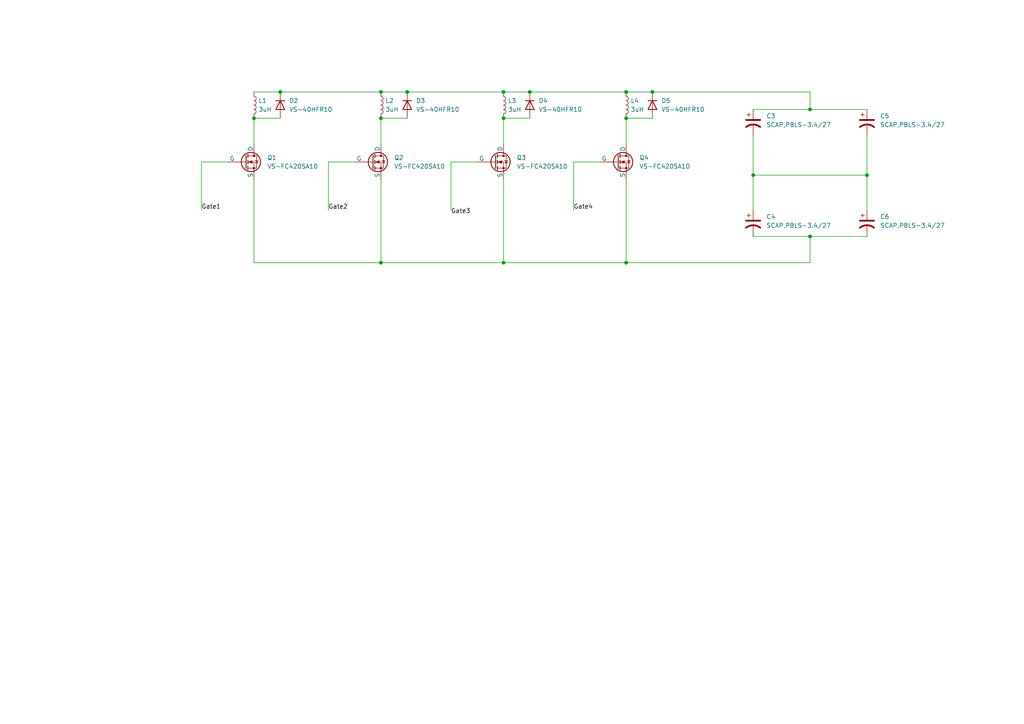
<source format=kicad_sch>
(kicad_sch (version 20230121) (generator eeschema)

  (uuid 7da05c38-5312-4c6d-9ebf-30d853e694aa)

  (paper "A4")

  (title_block
    (title "MOSFETs + CAPs")
    (date "2023-12-01")
  )

  (lib_symbols
    (symbol "Device:C_Polarized_US" (pin_numbers hide) (pin_names (offset 0.254) hide) (in_bom yes) (on_board yes)
      (property "Reference" "C" (at 0.635 2.54 0)
        (effects (font (size 1.27 1.27)) (justify left))
      )
      (property "Value" "C_Polarized_US" (at 0.635 -2.54 0)
        (effects (font (size 1.27 1.27)) (justify left))
      )
      (property "Footprint" "" (at 0 0 0)
        (effects (font (size 1.27 1.27)) hide)
      )
      (property "Datasheet" "~" (at 0 0 0)
        (effects (font (size 1.27 1.27)) hide)
      )
      (property "ki_keywords" "cap capacitor" (at 0 0 0)
        (effects (font (size 1.27 1.27)) hide)
      )
      (property "ki_description" "Polarized capacitor, US symbol" (at 0 0 0)
        (effects (font (size 1.27 1.27)) hide)
      )
      (property "ki_fp_filters" "CP_*" (at 0 0 0)
        (effects (font (size 1.27 1.27)) hide)
      )
      (symbol "C_Polarized_US_0_1"
        (polyline
          (pts
            (xy -2.032 0.762)
            (xy 2.032 0.762)
          )
          (stroke (width 0.508) (type default))
          (fill (type none))
        )
        (polyline
          (pts
            (xy -1.778 2.286)
            (xy -0.762 2.286)
          )
          (stroke (width 0) (type default))
          (fill (type none))
        )
        (polyline
          (pts
            (xy -1.27 1.778)
            (xy -1.27 2.794)
          )
          (stroke (width 0) (type default))
          (fill (type none))
        )
        (arc (start 2.032 -1.27) (mid 0 -0.5572) (end -2.032 -1.27)
          (stroke (width 0.508) (type default))
          (fill (type none))
        )
      )
      (symbol "C_Polarized_US_1_1"
        (pin passive line (at 0 3.81 270) (length 2.794)
          (name "~" (effects (font (size 1.27 1.27))))
          (number "1" (effects (font (size 1.27 1.27))))
        )
        (pin passive line (at 0 -3.81 90) (length 3.302)
          (name "~" (effects (font (size 1.27 1.27))))
          (number "2" (effects (font (size 1.27 1.27))))
        )
      )
    )
    (symbol "Device:L" (pin_numbers hide) (pin_names (offset 1.016) hide) (in_bom yes) (on_board yes)
      (property "Reference" "L" (at -1.27 0 90)
        (effects (font (size 1.27 1.27)))
      )
      (property "Value" "L" (at 1.905 0 90)
        (effects (font (size 1.27 1.27)))
      )
      (property "Footprint" "" (at 0 0 0)
        (effects (font (size 1.27 1.27)) hide)
      )
      (property "Datasheet" "~" (at 0 0 0)
        (effects (font (size 1.27 1.27)) hide)
      )
      (property "ki_keywords" "inductor choke coil reactor magnetic" (at 0 0 0)
        (effects (font (size 1.27 1.27)) hide)
      )
      (property "ki_description" "Inductor" (at 0 0 0)
        (effects (font (size 1.27 1.27)) hide)
      )
      (property "ki_fp_filters" "Choke_* *Coil* Inductor_* L_*" (at 0 0 0)
        (effects (font (size 1.27 1.27)) hide)
      )
      (symbol "L_0_1"
        (arc (start 0 -2.54) (mid 0.6323 -1.905) (end 0 -1.27)
          (stroke (width 0) (type default))
          (fill (type none))
        )
        (arc (start 0 -1.27) (mid 0.6323 -0.635) (end 0 0)
          (stroke (width 0) (type default))
          (fill (type none))
        )
        (arc (start 0 0) (mid 0.6323 0.635) (end 0 1.27)
          (stroke (width 0) (type default))
          (fill (type none))
        )
        (arc (start 0 1.27) (mid 0.6323 1.905) (end 0 2.54)
          (stroke (width 0) (type default))
          (fill (type none))
        )
      )
      (symbol "L_1_1"
        (pin passive line (at 0 3.81 270) (length 1.27)
          (name "1" (effects (font (size 1.27 1.27))))
          (number "1" (effects (font (size 1.27 1.27))))
        )
        (pin passive line (at 0 -3.81 90) (length 1.27)
          (name "2" (effects (font (size 1.27 1.27))))
          (number "2" (effects (font (size 1.27 1.27))))
        )
      )
    )
    (symbol "Diode:1N914" (pin_numbers hide) (pin_names hide) (in_bom yes) (on_board yes)
      (property "Reference" "D" (at 0 2.54 0)
        (effects (font (size 1.27 1.27)))
      )
      (property "Value" "1N914" (at 0 -2.54 0)
        (effects (font (size 1.27 1.27)))
      )
      (property "Footprint" "Diode_THT:D_DO-35_SOD27_P7.62mm_Horizontal" (at 0 -4.445 0)
        (effects (font (size 1.27 1.27)) hide)
      )
      (property "Datasheet" "http://www.vishay.com/docs/85622/1n914.pdf" (at 0 0 0)
        (effects (font (size 1.27 1.27)) hide)
      )
      (property "Sim.Device" "D" (at 0 0 0)
        (effects (font (size 1.27 1.27)) hide)
      )
      (property "Sim.Pins" "1=K 2=A" (at 0 0 0)
        (effects (font (size 1.27 1.27)) hide)
      )
      (property "ki_keywords" "diode" (at 0 0 0)
        (effects (font (size 1.27 1.27)) hide)
      )
      (property "ki_description" "100V 0.3A Small Signal Fast Switching Diode, DO-35" (at 0 0 0)
        (effects (font (size 1.27 1.27)) hide)
      )
      (property "ki_fp_filters" "D*DO?35*" (at 0 0 0)
        (effects (font (size 1.27 1.27)) hide)
      )
      (symbol "1N914_0_1"
        (polyline
          (pts
            (xy -1.27 1.27)
            (xy -1.27 -1.27)
          )
          (stroke (width 0.254) (type default))
          (fill (type none))
        )
        (polyline
          (pts
            (xy 1.27 0)
            (xy -1.27 0)
          )
          (stroke (width 0) (type default))
          (fill (type none))
        )
        (polyline
          (pts
            (xy 1.27 1.27)
            (xy 1.27 -1.27)
            (xy -1.27 0)
            (xy 1.27 1.27)
          )
          (stroke (width 0.254) (type default))
          (fill (type none))
        )
      )
      (symbol "1N914_1_1"
        (pin passive line (at -3.81 0 0) (length 2.54)
          (name "K" (effects (font (size 1.27 1.27))))
          (number "1" (effects (font (size 1.27 1.27))))
        )
        (pin passive line (at 3.81 0 180) (length 2.54)
          (name "A" (effects (font (size 1.27 1.27))))
          (number "2" (effects (font (size 1.27 1.27))))
        )
      )
    )
    (symbol "Simulation_SPICE:NMOS" (pin_numbers hide) (pin_names (offset 0)) (in_bom yes) (on_board yes)
      (property "Reference" "Q" (at 5.08 1.27 0)
        (effects (font (size 1.27 1.27)) (justify left))
      )
      (property "Value" "NMOS" (at 5.08 -1.27 0)
        (effects (font (size 1.27 1.27)) (justify left))
      )
      (property "Footprint" "" (at 5.08 2.54 0)
        (effects (font (size 1.27 1.27)) hide)
      )
      (property "Datasheet" "https://ngspice.sourceforge.io/docs/ngspice-manual.pdf" (at 0 -12.7 0)
        (effects (font (size 1.27 1.27)) hide)
      )
      (property "Sim.Device" "NMOS" (at 0 -17.145 0)
        (effects (font (size 1.27 1.27)) hide)
      )
      (property "Sim.Type" "VDMOS" (at 0 -19.05 0)
        (effects (font (size 1.27 1.27)) hide)
      )
      (property "Sim.Pins" "1=D 2=G 3=S" (at 0 -15.24 0)
        (effects (font (size 1.27 1.27)) hide)
      )
      (property "ki_keywords" "transistor NMOS N-MOS N-MOSFET simulation" (at 0 0 0)
        (effects (font (size 1.27 1.27)) hide)
      )
      (property "ki_description" "N-MOSFET transistor, drain/source/gate" (at 0 0 0)
        (effects (font (size 1.27 1.27)) hide)
      )
      (symbol "NMOS_0_1"
        (polyline
          (pts
            (xy 0.254 0)
            (xy -2.54 0)
          )
          (stroke (width 0) (type default))
          (fill (type none))
        )
        (polyline
          (pts
            (xy 0.254 1.905)
            (xy 0.254 -1.905)
          )
          (stroke (width 0.254) (type default))
          (fill (type none))
        )
        (polyline
          (pts
            (xy 0.762 -1.27)
            (xy 0.762 -2.286)
          )
          (stroke (width 0.254) (type default))
          (fill (type none))
        )
        (polyline
          (pts
            (xy 0.762 0.508)
            (xy 0.762 -0.508)
          )
          (stroke (width 0.254) (type default))
          (fill (type none))
        )
        (polyline
          (pts
            (xy 0.762 2.286)
            (xy 0.762 1.27)
          )
          (stroke (width 0.254) (type default))
          (fill (type none))
        )
        (polyline
          (pts
            (xy 2.54 2.54)
            (xy 2.54 1.778)
          )
          (stroke (width 0) (type default))
          (fill (type none))
        )
        (polyline
          (pts
            (xy 2.54 -2.54)
            (xy 2.54 0)
            (xy 0.762 0)
          )
          (stroke (width 0) (type default))
          (fill (type none))
        )
        (polyline
          (pts
            (xy 0.762 -1.778)
            (xy 3.302 -1.778)
            (xy 3.302 1.778)
            (xy 0.762 1.778)
          )
          (stroke (width 0) (type default))
          (fill (type none))
        )
        (polyline
          (pts
            (xy 1.016 0)
            (xy 2.032 0.381)
            (xy 2.032 -0.381)
            (xy 1.016 0)
          )
          (stroke (width 0) (type default))
          (fill (type outline))
        )
        (polyline
          (pts
            (xy 2.794 0.508)
            (xy 2.921 0.381)
            (xy 3.683 0.381)
            (xy 3.81 0.254)
          )
          (stroke (width 0) (type default))
          (fill (type none))
        )
        (polyline
          (pts
            (xy 3.302 0.381)
            (xy 2.921 -0.254)
            (xy 3.683 -0.254)
            (xy 3.302 0.381)
          )
          (stroke (width 0) (type default))
          (fill (type none))
        )
        (circle (center 1.651 0) (radius 2.794)
          (stroke (width 0.254) (type default))
          (fill (type none))
        )
        (circle (center 2.54 -1.778) (radius 0.254)
          (stroke (width 0) (type default))
          (fill (type outline))
        )
        (circle (center 2.54 1.778) (radius 0.254)
          (stroke (width 0) (type default))
          (fill (type outline))
        )
      )
      (symbol "NMOS_1_1"
        (pin passive line (at 2.54 5.08 270) (length 2.54)
          (name "D" (effects (font (size 1.27 1.27))))
          (number "1" (effects (font (size 1.27 1.27))))
        )
        (pin input line (at -5.08 0 0) (length 2.54)
          (name "G" (effects (font (size 1.27 1.27))))
          (number "2" (effects (font (size 1.27 1.27))))
        )
        (pin passive line (at 2.54 -5.08 90) (length 2.54)
          (name "S" (effects (font (size 1.27 1.27))))
          (number "3" (effects (font (size 1.27 1.27))))
        )
      )
    )
  )

  (junction (at 218.44 50.8) (diameter 0) (color 0 0 0 0)
    (uuid 0235cf6b-4142-4b8c-8a8e-26271ab4a01e)
  )
  (junction (at 189.23 26.67) (diameter 0) (color 0 0 0 0)
    (uuid 094e8dd0-94cb-4ba8-83fe-9603beb56617)
  )
  (junction (at 146.05 34.29) (diameter 0) (color 0 0 0 0)
    (uuid 09841958-cde9-4ad6-a147-0bd6f3f79be7)
  )
  (junction (at 153.67 26.67) (diameter 0) (color 0 0 0 0)
    (uuid 1fced9bc-c4c8-4114-b6db-50f3193441db)
  )
  (junction (at 181.61 26.67) (diameter 0) (color 0 0 0 0)
    (uuid 32ca0c04-3ae2-4833-9f8b-f83c8c9c9442)
  )
  (junction (at 110.49 76.2) (diameter 0) (color 0 0 0 0)
    (uuid 3c347312-3967-4158-b3f5-d4675b6fa383)
  )
  (junction (at 181.61 76.2) (diameter 0) (color 0 0 0 0)
    (uuid 4e80511e-0086-48b2-a6ee-58a5d909468c)
  )
  (junction (at 118.11 26.67) (diameter 0) (color 0 0 0 0)
    (uuid 5419c60b-c06d-49d8-8e4b-d52275176f97)
  )
  (junction (at 181.61 34.29) (diameter 0) (color 0 0 0 0)
    (uuid 6119443b-a641-4bc0-940b-239d08cd511f)
  )
  (junction (at 146.05 26.67) (diameter 0) (color 0 0 0 0)
    (uuid 9a66e51c-53a5-4c73-a6fa-38694e8460de)
  )
  (junction (at 146.05 76.2) (diameter 0) (color 0 0 0 0)
    (uuid 9d1785ab-9eb8-4ded-a8ac-ea0fbf083cae)
  )
  (junction (at 251.46 50.8) (diameter 0) (color 0 0 0 0)
    (uuid a83635e3-9a74-459b-9d98-491a1fa5a5ef)
  )
  (junction (at 234.95 31.75) (diameter 0) (color 0 0 0 0)
    (uuid b6aed1ec-f9c7-4530-bca7-db5563acb6b2)
  )
  (junction (at 81.28 26.67) (diameter 0) (color 0 0 0 0)
    (uuid b86550ab-67da-4636-b47a-2b1778535383)
  )
  (junction (at 110.49 34.29) (diameter 0) (color 0 0 0 0)
    (uuid c89bca2d-988a-468b-b786-76de37ebb5e8)
  )
  (junction (at 73.66 34.29) (diameter 0) (color 0 0 0 0)
    (uuid cb1e2d77-9f3b-494e-b809-b12f51e789b8)
  )
  (junction (at 110.49 26.67) (diameter 0) (color 0 0 0 0)
    (uuid d34410d1-cbef-472d-9198-79afa46492dd)
  )
  (junction (at 234.95 68.58) (diameter 0) (color 0 0 0 0)
    (uuid e68b0ba5-d62e-4351-b333-18a21e8a016a)
  )

  (wire (pts (xy 73.66 34.29) (xy 73.66 41.91))
    (stroke (width 0) (type default))
    (uuid 03b71171-4ff3-4703-9e6a-1fd6989b7436)
  )
  (wire (pts (xy 73.66 26.67) (xy 81.28 26.67))
    (stroke (width 0) (type default))
    (uuid 074f6343-d08c-4f9d-ae33-29390379c585)
  )
  (wire (pts (xy 110.49 76.2) (xy 146.05 76.2))
    (stroke (width 0) (type default))
    (uuid 0a96ac56-c5af-4204-9271-233ea9d6c4e4)
  )
  (wire (pts (xy 166.37 46.99) (xy 166.37 60.96))
    (stroke (width 0) (type default))
    (uuid 0c03b429-fce1-4cbe-844b-6bb2af59097a)
  )
  (wire (pts (xy 181.61 34.29) (xy 181.61 41.91))
    (stroke (width 0) (type default))
    (uuid 136960c6-3d88-4093-ad1b-a28892261e14)
  )
  (wire (pts (xy 146.05 26.67) (xy 153.67 26.67))
    (stroke (width 0) (type default))
    (uuid 24142c0c-bfbf-4880-b229-4c180a887728)
  )
  (wire (pts (xy 146.05 76.2) (xy 181.61 76.2))
    (stroke (width 0) (type default))
    (uuid 28c9b61d-2ad5-4fe9-b112-1f6ef4f44c5f)
  )
  (wire (pts (xy 218.44 50.8) (xy 218.44 60.96))
    (stroke (width 0) (type default))
    (uuid 43e865c4-4ce4-4fbc-b215-3c84598dec98)
  )
  (wire (pts (xy 73.66 76.2) (xy 110.49 76.2))
    (stroke (width 0) (type default))
    (uuid 4b5c24f5-a3b7-4b7d-9289-8cff3d0f4b8d)
  )
  (wire (pts (xy 118.11 26.67) (xy 146.05 26.67))
    (stroke (width 0) (type default))
    (uuid 4ecc07b6-b8d9-4f6c-b299-a55ed0d18507)
  )
  (wire (pts (xy 251.46 39.37) (xy 251.46 50.8))
    (stroke (width 0) (type default))
    (uuid 4f3e2c0a-1d92-4105-823b-09a1f875b624)
  )
  (wire (pts (xy 81.28 26.67) (xy 110.49 26.67))
    (stroke (width 0) (type default))
    (uuid 500608c5-bfb8-42c0-a66c-25739d8d2040)
  )
  (wire (pts (xy 234.95 26.67) (xy 234.95 31.75))
    (stroke (width 0) (type default))
    (uuid 503d3d72-dbf8-4acc-ab02-b08f14d35f7b)
  )
  (wire (pts (xy 234.95 76.2) (xy 234.95 68.58))
    (stroke (width 0) (type default))
    (uuid 5dbe3c8f-580e-4ef6-b2e9-f03222d534c0)
  )
  (wire (pts (xy 58.42 46.99) (xy 58.42 60.96))
    (stroke (width 0) (type default))
    (uuid 60556e1c-3f9f-4007-a3a4-bc5557f6717f)
  )
  (wire (pts (xy 110.49 52.07) (xy 110.49 76.2))
    (stroke (width 0) (type default))
    (uuid 610ffccc-50b1-40fe-bb38-0a03dfbac8c3)
  )
  (wire (pts (xy 234.95 31.75) (xy 251.46 31.75))
    (stroke (width 0) (type default))
    (uuid 6352b7f4-f19d-495a-904a-511954fac91a)
  )
  (wire (pts (xy 66.04 46.99) (xy 58.42 46.99))
    (stroke (width 0) (type default))
    (uuid 67246586-5c71-4b78-bda0-609f561dff8f)
  )
  (wire (pts (xy 110.49 26.67) (xy 118.11 26.67))
    (stroke (width 0) (type default))
    (uuid 68a0a83b-b324-4745-81a2-f48d28a46bfc)
  )
  (wire (pts (xy 218.44 39.37) (xy 218.44 50.8))
    (stroke (width 0) (type default))
    (uuid 7290b543-9594-43eb-8f81-90c59fa9f4bc)
  )
  (wire (pts (xy 218.44 50.8) (xy 251.46 50.8))
    (stroke (width 0) (type default))
    (uuid 7d101bcc-1fcc-4a2d-9974-1cb14b963489)
  )
  (wire (pts (xy 181.61 76.2) (xy 181.61 52.07))
    (stroke (width 0) (type default))
    (uuid 8642d4b3-2110-4a97-a042-f9a0d204c5c0)
  )
  (wire (pts (xy 234.95 68.58) (xy 251.46 68.58))
    (stroke (width 0) (type default))
    (uuid 8904e330-acd2-4d12-b6ab-ed1ffb2599ec)
  )
  (wire (pts (xy 95.25 46.99) (xy 95.25 60.96))
    (stroke (width 0) (type default))
    (uuid 8ea3b654-de88-4769-97c3-5920802cbc5a)
  )
  (wire (pts (xy 153.67 26.67) (xy 181.61 26.67))
    (stroke (width 0) (type default))
    (uuid 9e4046a6-bf88-4656-8c26-568dd62c7e98)
  )
  (wire (pts (xy 102.87 46.99) (xy 95.25 46.99))
    (stroke (width 0) (type default))
    (uuid b2863668-7d43-4df7-94d9-84c7e7d97f6e)
  )
  (wire (pts (xy 218.44 68.58) (xy 234.95 68.58))
    (stroke (width 0) (type default))
    (uuid b2e5ebe0-aba9-4cb9-9146-01da0ee37dac)
  )
  (wire (pts (xy 181.61 76.2) (xy 234.95 76.2))
    (stroke (width 0) (type default))
    (uuid ba8fbce4-a0e3-4c4f-a40a-060dd972353e)
  )
  (wire (pts (xy 130.81 46.99) (xy 130.81 60.96))
    (stroke (width 0) (type default))
    (uuid bd58b6ac-8927-4373-b8a0-b04ae6afb208)
  )
  (wire (pts (xy 146.05 34.29) (xy 146.05 41.91))
    (stroke (width 0) (type default))
    (uuid bf6ddd0c-6648-49a7-bc64-28d86e24d5f3)
  )
  (wire (pts (xy 173.99 46.99) (xy 166.37 46.99))
    (stroke (width 0) (type default))
    (uuid c714bfa7-342d-4ae8-8822-95fd854a559d)
  )
  (wire (pts (xy 189.23 26.67) (xy 234.95 26.67))
    (stroke (width 0) (type default))
    (uuid d244b836-6627-4b2a-90a5-7248e5e12a89)
  )
  (wire (pts (xy 251.46 50.8) (xy 251.46 60.96))
    (stroke (width 0) (type default))
    (uuid d2603c85-a7ff-4478-b25b-e026759606a8)
  )
  (wire (pts (xy 73.66 34.29) (xy 81.28 34.29))
    (stroke (width 0) (type default))
    (uuid d2c25ebf-3491-4cec-96e2-30036e9ad6d2)
  )
  (wire (pts (xy 73.66 52.07) (xy 73.66 76.2))
    (stroke (width 0) (type default))
    (uuid d687a7ee-d3b7-4a47-bfe2-c54f0050c977)
  )
  (wire (pts (xy 110.49 34.29) (xy 110.49 41.91))
    (stroke (width 0) (type default))
    (uuid db7a3e55-4ece-490e-bee8-7713297c971b)
  )
  (wire (pts (xy 146.05 52.07) (xy 146.05 76.2))
    (stroke (width 0) (type default))
    (uuid db9bb53f-66e9-44b9-919d-8f3be54f2618)
  )
  (wire (pts (xy 181.61 26.67) (xy 189.23 26.67))
    (stroke (width 0) (type default))
    (uuid dc5fc1ab-ceda-4db3-989a-97b32816864e)
  )
  (wire (pts (xy 181.61 34.29) (xy 189.23 34.29))
    (stroke (width 0) (type default))
    (uuid e204e269-797b-48cc-8528-d262b8e8a317)
  )
  (wire (pts (xy 218.44 31.75) (xy 234.95 31.75))
    (stroke (width 0) (type default))
    (uuid e6872adb-2126-4f5c-9c26-b20d106f5f86)
  )
  (wire (pts (xy 138.43 46.99) (xy 130.81 46.99))
    (stroke (width 0) (type default))
    (uuid f182dc17-fb1c-4d67-aa29-723ac82cbf8b)
  )
  (wire (pts (xy 110.49 34.29) (xy 118.11 34.29))
    (stroke (width 0) (type default))
    (uuid f7855508-98c8-4681-8c18-a1d3151940d9)
  )
  (wire (pts (xy 146.05 34.29) (xy 153.67 34.29))
    (stroke (width 0) (type default))
    (uuid ff82baf3-b62c-415e-af2f-3ec49fe26a4e)
  )

  (label "Gate2" (at 95.25 60.96 0) (fields_autoplaced)
    (effects (font (size 1.27 1.27)) (justify left bottom))
    (uuid 03bb8144-9963-4ef3-9731-846f42636e40)
  )
  (label "Gate1" (at 58.42 60.96 0) (fields_autoplaced)
    (effects (font (size 1.27 1.27)) (justify left bottom))
    (uuid 12dc3edb-56fd-4503-9d35-653a5eb1e298)
  )
  (label "Gate3" (at 130.81 62.23 0) (fields_autoplaced)
    (effects (font (size 1.27 1.27)) (justify left bottom))
    (uuid 151d413b-f67b-4914-8b50-1b163c48c4fc)
  )
  (label "Gate4" (at 166.37 60.96 0) (fields_autoplaced)
    (effects (font (size 1.27 1.27)) (justify left bottom))
    (uuid 7c88c890-152c-4352-9ed8-588a49ddbb95)
  )

  (symbol (lib_id "Simulation_SPICE:NMOS") (at 71.12 46.99 0) (unit 1)
    (in_bom yes) (on_board yes) (dnp no) (fields_autoplaced)
    (uuid 10d98443-04e9-43f9-8a12-e18325741ba3)
    (property "Reference" "Q1" (at 77.47 45.72 0)
      (effects (font (size 1.27 1.27)) (justify left))
    )
    (property "Value" "VS-FC420SA10" (at 77.47 48.26 0)
      (effects (font (size 1.27 1.27)) (justify left))
    )
    (property "Footprint" "" (at 76.2 44.45 0)
      (effects (font (size 1.27 1.27)) hide)
    )
    (property "Datasheet" "https://www.vishay.com/docs/95793/vs-fc420sa10.pdf" (at 71.12 59.69 0)
      (effects (font (size 1.27 1.27)) hide)
    )
    (pin "1" (uuid 02a2af9a-7230-496b-85b8-a691485d75ca))
    (pin "2" (uuid 42c16b85-736c-4e40-bf70-acc01b29f720))
    (pin "3" (uuid b7e755b8-e750-4a5f-a3c7-9fcebf5ca0d0))
    (instances
      (project "Schem1"
        (path "/911b5eb8-7b6c-425b-b090-765c473021df"
          (reference "Q1") (unit 1)
        )
        (path "/911b5eb8-7b6c-425b-b090-765c473021df/f1eb5bf7-cb18-41d2-af62-ebbfe03c356f"
          (reference "Q1") (unit 1)
        )
      )
    )
  )

  (symbol (lib_id "Device:L") (at 110.49 30.48 0) (unit 1)
    (in_bom yes) (on_board yes) (dnp no) (fields_autoplaced)
    (uuid 1d6e53aa-2869-4eb9-94ae-aefc886f7fa7)
    (property "Reference" "L2" (at 111.76 29.21 0)
      (effects (font (size 1.27 1.27)) (justify left))
    )
    (property "Value" "3uH" (at 111.76 31.75 0)
      (effects (font (size 1.27 1.27)) (justify left))
    )
    (property "Footprint" "" (at 110.49 30.48 0)
      (effects (font (size 1.27 1.27)) hide)
    )
    (property "Datasheet" "~" (at 110.49 30.48 0)
      (effects (font (size 1.27 1.27)) hide)
    )
    (pin "2" (uuid ea365f4b-fb68-4400-936e-b3438917dd55))
    (pin "1" (uuid 88c96d49-60ad-4356-8ebd-736fc0d01880))
    (instances
      (project "Schem1"
        (path "/911b5eb8-7b6c-425b-b090-765c473021df"
          (reference "L2") (unit 1)
        )
        (path "/911b5eb8-7b6c-425b-b090-765c473021df/f1eb5bf7-cb18-41d2-af62-ebbfe03c356f"
          (reference "L2") (unit 1)
        )
      )
    )
  )

  (symbol (lib_id "Diode:1N914") (at 118.11 30.48 270) (unit 1)
    (in_bom yes) (on_board yes) (dnp no) (fields_autoplaced)
    (uuid 2eff6ebb-871c-42bf-8c0d-3ce08792612c)
    (property "Reference" "D3" (at 120.65 29.21 90)
      (effects (font (size 1.27 1.27)) (justify left))
    )
    (property "Value" "VS-40HFR10" (at 120.65 31.75 90)
      (effects (font (size 1.27 1.27)) (justify left))
    )
    (property "Footprint" "" (at 113.665 30.48 0)
      (effects (font (size 1.27 1.27)) hide)
    )
    (property "Datasheet" "https://www.vishay.com/docs/93513/vs-40hfrseries.pdf" (at 118.11 30.48 0)
      (effects (font (size 1.27 1.27)) hide)
    )
    (pin "2" (uuid bd54551b-f7ec-421f-8661-502af118fd4a))
    (pin "1" (uuid 057b7125-642d-493c-b57c-e0553da177be))
    (instances
      (project "Schem1"
        (path "/911b5eb8-7b6c-425b-b090-765c473021df"
          (reference "D3") (unit 1)
        )
        (path "/911b5eb8-7b6c-425b-b090-765c473021df/f1eb5bf7-cb18-41d2-af62-ebbfe03c356f"
          (reference "D3") (unit 1)
        )
      )
    )
  )

  (symbol (lib_id "Device:L") (at 181.61 30.48 0) (unit 1)
    (in_bom yes) (on_board yes) (dnp no) (fields_autoplaced)
    (uuid 2f371a71-60ca-49ba-bdd9-071441eba092)
    (property "Reference" "L4" (at 182.88 29.21 0)
      (effects (font (size 1.27 1.27)) (justify left))
    )
    (property "Value" "3uH" (at 182.88 31.75 0)
      (effects (font (size 1.27 1.27)) (justify left))
    )
    (property "Footprint" "" (at 181.61 30.48 0)
      (effects (font (size 1.27 1.27)) hide)
    )
    (property "Datasheet" "~" (at 181.61 30.48 0)
      (effects (font (size 1.27 1.27)) hide)
    )
    (pin "2" (uuid 59c3fa88-c219-47ab-bf50-ffd34c782561))
    (pin "1" (uuid 95e6c8d3-ceb8-40be-a1a7-0ee8759c55b9))
    (instances
      (project "Schem1"
        (path "/911b5eb8-7b6c-425b-b090-765c473021df"
          (reference "L4") (unit 1)
        )
        (path "/911b5eb8-7b6c-425b-b090-765c473021df/f1eb5bf7-cb18-41d2-af62-ebbfe03c356f"
          (reference "L4") (unit 1)
        )
      )
    )
  )

  (symbol (lib_id "Device:L") (at 73.66 30.48 0) (unit 1)
    (in_bom yes) (on_board yes) (dnp no) (fields_autoplaced)
    (uuid 3d572c48-6de0-4fa8-aa93-4fcfd495d6e7)
    (property "Reference" "L1" (at 74.93 29.21 0)
      (effects (font (size 1.27 1.27)) (justify left))
    )
    (property "Value" "3uH" (at 74.93 31.75 0)
      (effects (font (size 1.27 1.27)) (justify left))
    )
    (property "Footprint" "" (at 73.66 30.48 0)
      (effects (font (size 1.27 1.27)) hide)
    )
    (property "Datasheet" "~" (at 73.66 30.48 0)
      (effects (font (size 1.27 1.27)) hide)
    )
    (pin "2" (uuid 63c4aa35-352e-44a9-a951-851193d76195))
    (pin "1" (uuid 72908a1d-10d6-466e-9700-aa77ae93c984))
    (instances
      (project "Schem1"
        (path "/911b5eb8-7b6c-425b-b090-765c473021df"
          (reference "L1") (unit 1)
        )
        (path "/911b5eb8-7b6c-425b-b090-765c473021df/f1eb5bf7-cb18-41d2-af62-ebbfe03c356f"
          (reference "L1") (unit 1)
        )
      )
    )
  )

  (symbol (lib_id "Device:C_Polarized_US") (at 251.46 35.56 0) (unit 1)
    (in_bom yes) (on_board yes) (dnp no) (fields_autoplaced)
    (uuid 3e0b34dd-45c5-4aef-9b36-fe39d3063cc5)
    (property "Reference" "C5" (at 255.27 33.655 0)
      (effects (font (size 1.27 1.27)) (justify left))
    )
    (property "Value" "SCAP,PBLS-3.4/27" (at 255.27 36.195 0)
      (effects (font (size 1.27 1.27)) (justify left))
    )
    (property "Footprint" "" (at 251.46 35.56 0)
      (effects (font (size 1.27 1.27)) hide)
    )
    (property "Datasheet" "https://www.tecategroup.com/products/data_sheet.php?i=PBLS-3.4/27" (at 251.46 35.56 0)
      (effects (font (size 1.27 1.27)) hide)
    )
    (pin "2" (uuid b78c7dc4-6358-4a71-a703-375a65e042c4))
    (pin "1" (uuid 943f64cd-9720-4d7f-a470-3c611961ca39))
    (instances
      (project "Schem1"
        (path "/911b5eb8-7b6c-425b-b090-765c473021df"
          (reference "C5") (unit 1)
        )
        (path "/911b5eb8-7b6c-425b-b090-765c473021df/f1eb5bf7-cb18-41d2-af62-ebbfe03c356f"
          (reference "C5") (unit 1)
        )
      )
    )
  )

  (symbol (lib_id "Device:C_Polarized_US") (at 251.46 64.77 0) (unit 1)
    (in_bom yes) (on_board yes) (dnp no) (fields_autoplaced)
    (uuid 4d91c190-5427-4d76-8b5d-dba9312c9777)
    (property "Reference" "C6" (at 255.27 62.865 0)
      (effects (font (size 1.27 1.27)) (justify left))
    )
    (property "Value" "SCAP,PBLS-3.4/27" (at 255.27 65.405 0)
      (effects (font (size 1.27 1.27)) (justify left))
    )
    (property "Footprint" "" (at 251.46 64.77 0)
      (effects (font (size 1.27 1.27)) hide)
    )
    (property "Datasheet" "https://www.tecategroup.com/products/data_sheet.php?i=PBLS-3.4/27" (at 251.46 64.77 0)
      (effects (font (size 1.27 1.27)) hide)
    )
    (pin "2" (uuid 2f5fab1a-4c8a-420e-85a4-a5943a02700d))
    (pin "1" (uuid 247e3b4e-2548-4fb7-a966-9d52b34f7cb8))
    (instances
      (project "Schem1"
        (path "/911b5eb8-7b6c-425b-b090-765c473021df"
          (reference "C6") (unit 1)
        )
        (path "/911b5eb8-7b6c-425b-b090-765c473021df/f1eb5bf7-cb18-41d2-af62-ebbfe03c356f"
          (reference "C6") (unit 1)
        )
      )
    )
  )

  (symbol (lib_id "Diode:1N914") (at 81.28 30.48 270) (unit 1)
    (in_bom yes) (on_board yes) (dnp no) (fields_autoplaced)
    (uuid 5bf4da0c-5682-4e00-9a9c-eaa2159e1a22)
    (property "Reference" "D2" (at 83.82 29.21 90)
      (effects (font (size 1.27 1.27)) (justify left))
    )
    (property "Value" "VS-40HFR10" (at 83.82 31.75 90)
      (effects (font (size 1.27 1.27)) (justify left))
    )
    (property "Footprint" "" (at 76.835 30.48 0)
      (effects (font (size 1.27 1.27)) hide)
    )
    (property "Datasheet" "https://www.vishay.com/docs/93513/vs-40hfrseries.pdf" (at 81.28 30.48 0)
      (effects (font (size 1.27 1.27)) hide)
    )
    (pin "2" (uuid f4d8aadf-8f92-4307-8d9f-301602d21a93))
    (pin "1" (uuid 117f9232-9b3d-4740-813b-89b4c24a1d4e))
    (instances
      (project "Schem1"
        (path "/911b5eb8-7b6c-425b-b090-765c473021df"
          (reference "D2") (unit 1)
        )
        (path "/911b5eb8-7b6c-425b-b090-765c473021df/f1eb5bf7-cb18-41d2-af62-ebbfe03c356f"
          (reference "D2") (unit 1)
        )
      )
    )
  )

  (symbol (lib_id "Diode:1N914") (at 153.67 30.48 270) (unit 1)
    (in_bom yes) (on_board yes) (dnp no) (fields_autoplaced)
    (uuid 7f1912a7-8798-4b07-b0ec-c7c7dcce32df)
    (property "Reference" "D4" (at 156.21 29.21 90)
      (effects (font (size 1.27 1.27)) (justify left))
    )
    (property "Value" "VS-40HFR10" (at 156.21 31.75 90)
      (effects (font (size 1.27 1.27)) (justify left))
    )
    (property "Footprint" "" (at 149.225 30.48 0)
      (effects (font (size 1.27 1.27)) hide)
    )
    (property "Datasheet" "https://www.vishay.com/docs/93513/vs-40hfrseries.pdf" (at 153.67 30.48 0)
      (effects (font (size 1.27 1.27)) hide)
    )
    (pin "2" (uuid 4429a6b1-588f-420e-9a76-533fee75de13))
    (pin "1" (uuid f1a8fe6b-ca17-44c0-9da0-8441d26bbb80))
    (instances
      (project "Schem1"
        (path "/911b5eb8-7b6c-425b-b090-765c473021df"
          (reference "D4") (unit 1)
        )
        (path "/911b5eb8-7b6c-425b-b090-765c473021df/f1eb5bf7-cb18-41d2-af62-ebbfe03c356f"
          (reference "D4") (unit 1)
        )
      )
    )
  )

  (symbol (lib_id "Simulation_SPICE:NMOS") (at 179.07 46.99 0) (unit 1)
    (in_bom yes) (on_board yes) (dnp no) (fields_autoplaced)
    (uuid 8ad19fda-dc4d-4f9d-a14f-83d128993e49)
    (property "Reference" "Q4" (at 185.42 45.72 0)
      (effects (font (size 1.27 1.27)) (justify left))
    )
    (property "Value" "VS-FC420SA10" (at 185.42 48.26 0)
      (effects (font (size 1.27 1.27)) (justify left))
    )
    (property "Footprint" "" (at 184.15 44.45 0)
      (effects (font (size 1.27 1.27)) hide)
    )
    (property "Datasheet" "https://www.vishay.com/docs/95793/vs-fc420sa10.pdf" (at 179.07 59.69 0)
      (effects (font (size 1.27 1.27)) hide)
    )
    (pin "1" (uuid dfbeeb03-7f5a-4d4c-8e7c-1b6598b04b81))
    (pin "2" (uuid cce0855f-d253-418d-ba22-d15ef25cb4b8))
    (pin "3" (uuid fa57d424-4b6b-4968-b6a6-1e99af1a6bc3))
    (instances
      (project "Schem1"
        (path "/911b5eb8-7b6c-425b-b090-765c473021df"
          (reference "Q4") (unit 1)
        )
        (path "/911b5eb8-7b6c-425b-b090-765c473021df/f1eb5bf7-cb18-41d2-af62-ebbfe03c356f"
          (reference "Q4") (unit 1)
        )
      )
    )
  )

  (symbol (lib_id "Simulation_SPICE:NMOS") (at 107.95 46.99 0) (unit 1)
    (in_bom yes) (on_board yes) (dnp no) (fields_autoplaced)
    (uuid 9cdbc79b-4dd3-49e3-b4fe-9aa2a99a20c8)
    (property "Reference" "Q2" (at 114.3 45.72 0)
      (effects (font (size 1.27 1.27)) (justify left))
    )
    (property "Value" "VS-FC420SA10" (at 114.3 48.26 0)
      (effects (font (size 1.27 1.27)) (justify left))
    )
    (property "Footprint" "" (at 113.03 44.45 0)
      (effects (font (size 1.27 1.27)) hide)
    )
    (property "Datasheet" "https://www.vishay.com/docs/95793/vs-fc420sa10.pdf" (at 107.95 59.69 0)
      (effects (font (size 1.27 1.27)) hide)
    )
    (pin "1" (uuid 5f4759af-e11d-4b76-83e9-876eeae9ebdf))
    (pin "2" (uuid a79dc06c-2d15-4e12-9998-9b6e576b2a06))
    (pin "3" (uuid 56d945fb-6982-4fac-8956-03cfcdb3a340))
    (instances
      (project "Schem1"
        (path "/911b5eb8-7b6c-425b-b090-765c473021df"
          (reference "Q2") (unit 1)
        )
        (path "/911b5eb8-7b6c-425b-b090-765c473021df/f1eb5bf7-cb18-41d2-af62-ebbfe03c356f"
          (reference "Q2") (unit 1)
        )
      )
    )
  )

  (symbol (lib_id "Device:L") (at 146.05 30.48 0) (unit 1)
    (in_bom yes) (on_board yes) (dnp no) (fields_autoplaced)
    (uuid ab98346b-3ea4-4356-ab39-0e497e9dd2d3)
    (property "Reference" "L3" (at 147.32 29.21 0)
      (effects (font (size 1.27 1.27)) (justify left))
    )
    (property "Value" "3uH" (at 147.32 31.75 0)
      (effects (font (size 1.27 1.27)) (justify left))
    )
    (property "Footprint" "" (at 146.05 30.48 0)
      (effects (font (size 1.27 1.27)) hide)
    )
    (property "Datasheet" "~" (at 146.05 30.48 0)
      (effects (font (size 1.27 1.27)) hide)
    )
    (pin "2" (uuid 054cdc54-6d34-4be3-8fa5-cdc15edd9165))
    (pin "1" (uuid 7ab83776-9198-4373-8034-418efca96cf1))
    (instances
      (project "Schem1"
        (path "/911b5eb8-7b6c-425b-b090-765c473021df"
          (reference "L3") (unit 1)
        )
        (path "/911b5eb8-7b6c-425b-b090-765c473021df/f1eb5bf7-cb18-41d2-af62-ebbfe03c356f"
          (reference "L3") (unit 1)
        )
      )
    )
  )

  (symbol (lib_id "Device:C_Polarized_US") (at 218.44 35.56 0) (unit 1)
    (in_bom yes) (on_board yes) (dnp no) (fields_autoplaced)
    (uuid b3b86b59-6e9c-42bd-8cb2-548bbb339aed)
    (property "Reference" "C3" (at 222.25 33.655 0)
      (effects (font (size 1.27 1.27)) (justify left))
    )
    (property "Value" "SCAP,PBLS-3.4/27" (at 222.25 36.195 0)
      (effects (font (size 1.27 1.27)) (justify left))
    )
    (property "Footprint" "" (at 218.44 35.56 0)
      (effects (font (size 1.27 1.27)) hide)
    )
    (property "Datasheet" "https://www.tecategroup.com/products/data_sheet.php?i=PBLS-3.4/27" (at 218.44 35.56 0)
      (effects (font (size 1.27 1.27)) hide)
    )
    (pin "2" (uuid 7f9800a8-943e-46f7-82a5-3883e1782445))
    (pin "1" (uuid cfe9c993-47c5-44ce-9ca9-720d51fcc26f))
    (instances
      (project "Schem1"
        (path "/911b5eb8-7b6c-425b-b090-765c473021df"
          (reference "C3") (unit 1)
        )
        (path "/911b5eb8-7b6c-425b-b090-765c473021df/f1eb5bf7-cb18-41d2-af62-ebbfe03c356f"
          (reference "C3") (unit 1)
        )
      )
    )
  )

  (symbol (lib_id "Device:C_Polarized_US") (at 218.44 64.77 0) (unit 1)
    (in_bom yes) (on_board yes) (dnp no) (fields_autoplaced)
    (uuid bfb5f627-2fa8-420d-8eff-9cdcce74ff93)
    (property "Reference" "C4" (at 222.25 62.865 0)
      (effects (font (size 1.27 1.27)) (justify left))
    )
    (property "Value" "SCAP,PBLS-3.4/27" (at 222.25 65.405 0)
      (effects (font (size 1.27 1.27)) (justify left))
    )
    (property "Footprint" "" (at 218.44 64.77 0)
      (effects (font (size 1.27 1.27)) hide)
    )
    (property "Datasheet" "https://www.tecategroup.com/products/data_sheet.php?i=PBLS-3.4/27" (at 218.44 64.77 0)
      (effects (font (size 1.27 1.27)) hide)
    )
    (pin "2" (uuid b6f98de7-7179-405a-afd3-5cb559dc0963))
    (pin "1" (uuid 7c3e456b-949f-4990-adae-ba10cac62daf))
    (instances
      (project "Schem1"
        (path "/911b5eb8-7b6c-425b-b090-765c473021df"
          (reference "C4") (unit 1)
        )
        (path "/911b5eb8-7b6c-425b-b090-765c473021df/f1eb5bf7-cb18-41d2-af62-ebbfe03c356f"
          (reference "C4") (unit 1)
        )
      )
    )
  )

  (symbol (lib_id "Simulation_SPICE:NMOS") (at 143.51 46.99 0) (unit 1)
    (in_bom yes) (on_board yes) (dnp no) (fields_autoplaced)
    (uuid e4da74ad-841d-4279-9aec-3d80b56c16ea)
    (property "Reference" "Q3" (at 149.86 45.72 0)
      (effects (font (size 1.27 1.27)) (justify left))
    )
    (property "Value" "VS-FC420SA10" (at 149.86 48.26 0)
      (effects (font (size 1.27 1.27)) (justify left))
    )
    (property "Footprint" "" (at 148.59 44.45 0)
      (effects (font (size 1.27 1.27)) hide)
    )
    (property "Datasheet" "https://www.vishay.com/docs/95793/vs-fc420sa10.pdf" (at 143.51 59.69 0)
      (effects (font (size 1.27 1.27)) hide)
    )
    (pin "1" (uuid fe531b9c-da32-4611-abda-b07ad3795365))
    (pin "2" (uuid a153e081-9b6c-45c8-ad2d-244e8557a7a0))
    (pin "3" (uuid c6a9c544-1e56-41ef-8493-0008ce055abe))
    (instances
      (project "Schem1"
        (path "/911b5eb8-7b6c-425b-b090-765c473021df"
          (reference "Q3") (unit 1)
        )
        (path "/911b5eb8-7b6c-425b-b090-765c473021df/f1eb5bf7-cb18-41d2-af62-ebbfe03c356f"
          (reference "Q3") (unit 1)
        )
      )
    )
  )

  (symbol (lib_id "Diode:1N914") (at 189.23 30.48 270) (unit 1)
    (in_bom yes) (on_board yes) (dnp no) (fields_autoplaced)
    (uuid f9d6d6ae-716a-4758-9013-809f61b1cf44)
    (property "Reference" "D5" (at 191.77 29.21 90)
      (effects (font (size 1.27 1.27)) (justify left))
    )
    (property "Value" "VS-40HFR10" (at 191.77 31.75 90)
      (effects (font (size 1.27 1.27)) (justify left))
    )
    (property "Footprint" "" (at 184.785 30.48 0)
      (effects (font (size 1.27 1.27)) hide)
    )
    (property "Datasheet" "https://www.vishay.com/docs/93513/vs-40hfrseries.pdf" (at 189.23 30.48 0)
      (effects (font (size 1.27 1.27)) hide)
    )
    (pin "2" (uuid 5148150a-5aab-4a9f-a5e5-c8e976628962))
    (pin "1" (uuid a29c8a4c-f8b6-4afa-ad67-a777ddc64813))
    (instances
      (project "Schem1"
        (path "/911b5eb8-7b6c-425b-b090-765c473021df"
          (reference "D5") (unit 1)
        )
        (path "/911b5eb8-7b6c-425b-b090-765c473021df/f1eb5bf7-cb18-41d2-af62-ebbfe03c356f"
          (reference "D5") (unit 1)
        )
      )
    )
  )
)

</source>
